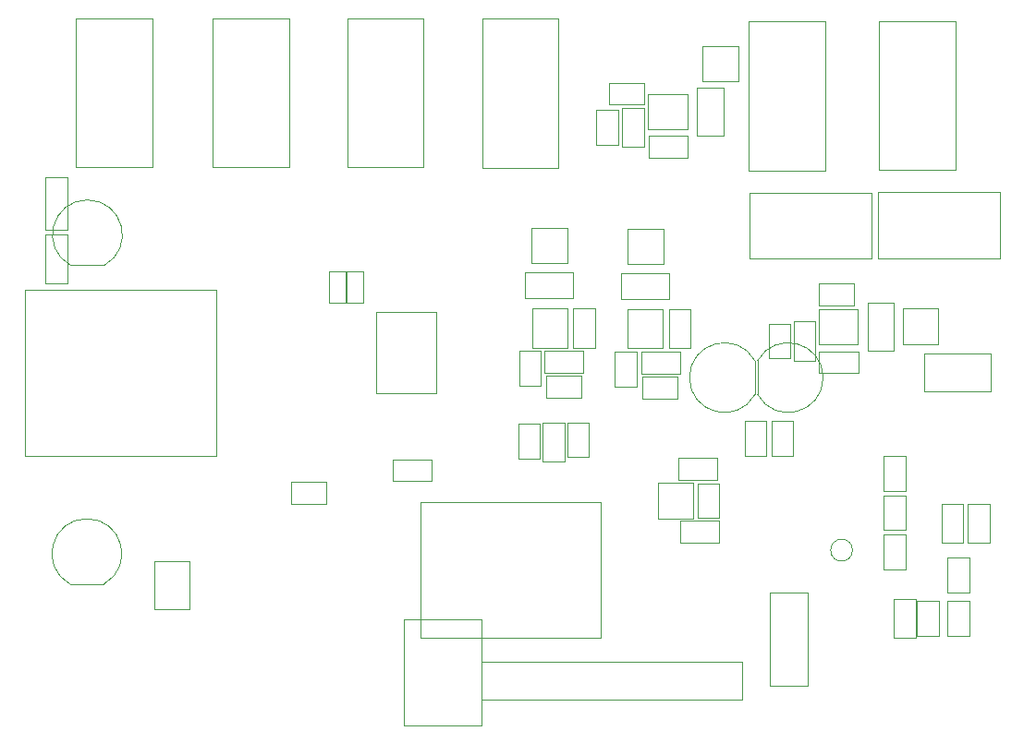
<source format=gbr>
G04 #@! TF.FileFunction,Other,User*
%FSLAX46Y46*%
G04 Gerber Fmt 4.6, Leading zero omitted, Abs format (unit mm)*
G04 Created by KiCad (PCBNEW 4.0.5) date 02/02/17 00:28:59*
%MOMM*%
%LPD*%
G01*
G04 APERTURE LIST*
%ADD10C,0.100000*%
%ADD11C,0.050000*%
G04 APERTURE END LIST*
D10*
D11*
X106200000Y-62660000D02*
X106200000Y-48980000D01*
X106200000Y-62660000D02*
X99200000Y-62660000D01*
X99200000Y-48980000D02*
X99200000Y-62660000D01*
X99200000Y-48980000D02*
X106200000Y-48980000D01*
X118700000Y-62660000D02*
X118700000Y-48980000D01*
X118700000Y-62660000D02*
X111700000Y-62660000D01*
X111700000Y-48980000D02*
X111700000Y-62660000D01*
X111700000Y-48980000D02*
X118700000Y-48980000D01*
X136340000Y-113819180D02*
X136340000Y-104119180D01*
X136340000Y-104119180D02*
X129240000Y-104119180D01*
X129240000Y-104119180D02*
X129240000Y-113819180D01*
X129240000Y-113819180D02*
X136340000Y-113819180D01*
X174140000Y-79500000D02*
X174140000Y-75100000D01*
X171740000Y-79500000D02*
X171740000Y-75100000D01*
X174140000Y-79500000D02*
X171740000Y-79500000D01*
X174140000Y-75100000D02*
X171740000Y-75100000D01*
X150580000Y-82760000D02*
X150580000Y-79560000D01*
X148580000Y-82760000D02*
X148580000Y-79560000D01*
X150580000Y-82760000D02*
X148580000Y-82760000D01*
X150580000Y-79560000D02*
X148580000Y-79560000D01*
X148060000Y-56920000D02*
X151260000Y-56920000D01*
X148060000Y-54920000D02*
X151260000Y-54920000D01*
X148060000Y-56920000D02*
X148060000Y-54920000D01*
X151260000Y-56920000D02*
X151260000Y-54920000D01*
X158510000Y-59780000D02*
X158510000Y-55380000D01*
X156110000Y-59780000D02*
X156110000Y-55380000D01*
X158510000Y-59780000D02*
X156110000Y-59780000D01*
X158510000Y-55380000D02*
X156110000Y-55380000D01*
X164940000Y-76800000D02*
X164940000Y-80400000D01*
X166940000Y-76800000D02*
X166940000Y-80400000D01*
X164940000Y-76800000D02*
X166940000Y-76800000D01*
X164940000Y-80400000D02*
X166940000Y-80400000D01*
X167290000Y-81550000D02*
X170890000Y-81550000D01*
X167290000Y-79550000D02*
X170890000Y-79550000D01*
X167290000Y-81550000D02*
X167290000Y-79550000D01*
X170890000Y-81550000D02*
X170890000Y-79550000D01*
X167240000Y-78900000D02*
X170840000Y-78900000D01*
X170840000Y-78900000D02*
X170840000Y-75700000D01*
X170840000Y-75700000D02*
X167240000Y-75700000D01*
X167240000Y-75700000D02*
X167240000Y-78900000D01*
X170440000Y-73300000D02*
X167240000Y-73300000D01*
X170440000Y-75300000D02*
X167240000Y-75300000D01*
X170440000Y-73300000D02*
X170440000Y-75300000D01*
X167240000Y-73300000D02*
X167240000Y-75300000D01*
X162640000Y-77000000D02*
X162640000Y-80200000D01*
X164640000Y-77000000D02*
X164640000Y-80200000D01*
X162640000Y-77000000D02*
X164640000Y-77000000D01*
X162640000Y-80200000D02*
X164640000Y-80200000D01*
X151110000Y-83870000D02*
X154310000Y-83870000D01*
X151110000Y-81870000D02*
X154310000Y-81870000D01*
X151110000Y-83870000D02*
X151110000Y-81870000D01*
X154310000Y-83870000D02*
X154310000Y-81870000D01*
X149260000Y-57180000D02*
X149260000Y-60780000D01*
X151260000Y-57180000D02*
X151260000Y-60780000D01*
X149260000Y-57180000D02*
X151260000Y-57180000D01*
X149260000Y-60780000D02*
X151260000Y-60780000D01*
X151610000Y-59180000D02*
X155210000Y-59180000D01*
X155210000Y-59180000D02*
X155210000Y-55980000D01*
X155210000Y-55980000D02*
X151610000Y-55980000D01*
X151610000Y-55980000D02*
X151610000Y-59180000D01*
X150960000Y-81570000D02*
X154560000Y-81570000D01*
X150960000Y-79570000D02*
X154560000Y-79570000D01*
X150960000Y-81570000D02*
X150960000Y-79570000D01*
X154560000Y-81570000D02*
X154560000Y-79570000D01*
X152960000Y-79270000D02*
X152960000Y-75670000D01*
X152960000Y-75670000D02*
X149760000Y-75670000D01*
X149760000Y-75670000D02*
X149760000Y-79270000D01*
X149760000Y-79270000D02*
X152960000Y-79270000D01*
X146860000Y-57380000D02*
X146860000Y-60580000D01*
X148860000Y-57380000D02*
X148860000Y-60580000D01*
X146860000Y-57380000D02*
X148860000Y-57380000D01*
X146860000Y-60580000D02*
X148860000Y-60580000D01*
X142300000Y-83800000D02*
X145500000Y-83800000D01*
X142300000Y-81800000D02*
X145500000Y-81800000D01*
X142300000Y-83800000D02*
X142300000Y-81800000D01*
X145500000Y-83800000D02*
X145500000Y-81800000D01*
X146750000Y-79200000D02*
X146750000Y-75600000D01*
X144750000Y-79200000D02*
X144750000Y-75600000D01*
X146750000Y-79200000D02*
X144750000Y-79200000D01*
X146750000Y-75600000D02*
X144750000Y-75600000D01*
X141800000Y-82700000D02*
X141800000Y-79500000D01*
X139800000Y-82700000D02*
X139800000Y-79500000D01*
X141800000Y-82700000D02*
X139800000Y-82700000D01*
X141800000Y-79500000D02*
X139800000Y-79500000D01*
X144750000Y-72300000D02*
X140350000Y-72300000D01*
X144750000Y-74700000D02*
X140350000Y-74700000D01*
X144750000Y-72300000D02*
X144750000Y-74700000D01*
X140350000Y-72300000D02*
X140350000Y-74700000D01*
X144200000Y-79200000D02*
X144200000Y-75600000D01*
X144200000Y-75600000D02*
X141000000Y-75600000D01*
X141000000Y-75600000D02*
X141000000Y-79200000D01*
X141000000Y-79200000D02*
X144200000Y-79200000D01*
X142100000Y-81500000D02*
X145700000Y-81500000D01*
X142100000Y-79500000D02*
X145700000Y-79500000D01*
X142100000Y-81500000D02*
X142100000Y-79500000D01*
X145700000Y-81500000D02*
X145700000Y-79500000D01*
X151660000Y-61780000D02*
X155260000Y-61780000D01*
X151660000Y-59780000D02*
X155260000Y-59780000D01*
X151660000Y-61780000D02*
X151660000Y-59780000D01*
X155260000Y-61780000D02*
X155260000Y-59780000D01*
X153560000Y-72370000D02*
X149160000Y-72370000D01*
X153560000Y-74770000D02*
X149160000Y-74770000D01*
X153560000Y-72370000D02*
X153560000Y-74770000D01*
X149160000Y-72370000D02*
X149160000Y-74770000D01*
X164900000Y-89100000D02*
X164900000Y-85900000D01*
X162900000Y-89100000D02*
X162900000Y-85900000D01*
X164900000Y-89100000D02*
X162900000Y-89100000D01*
X164900000Y-85900000D02*
X162900000Y-85900000D01*
X94498980Y-89150000D02*
X112048980Y-89150000D01*
X112048980Y-89150000D02*
X112048980Y-73900000D01*
X112048980Y-73900000D02*
X94498980Y-73900000D01*
X94498980Y-73900000D02*
X94498980Y-89150000D01*
X161400000Y-80400000D02*
X161400000Y-83500000D01*
X161398249Y-80396840D02*
G75*
G03X161400000Y-83500000I-2798249J-1553160D01*
G01*
X161650000Y-83500000D02*
X161650000Y-80400000D01*
X161651751Y-83503160D02*
G75*
G03X161650000Y-80400000I2798249J1553160D01*
G01*
X147249060Y-105850000D02*
X147249060Y-93350000D01*
X147249060Y-93350000D02*
X130799060Y-93350000D01*
X130799060Y-93350000D02*
X130799060Y-105850000D01*
X130799060Y-105850000D02*
X147249060Y-105850000D01*
X101750000Y-100890000D02*
X98650000Y-100890000D01*
X101753160Y-100888249D02*
G75*
G03X98650000Y-100890000I-1553160J2798249D01*
G01*
X101800000Y-71650000D02*
X98700000Y-71650000D01*
X101803160Y-71648249D02*
G75*
G03X98700000Y-71650000I-1553160J2798249D01*
G01*
X155510000Y-79270000D02*
X155510000Y-75670000D01*
X153510000Y-79270000D02*
X153510000Y-75670000D01*
X155510000Y-79270000D02*
X153510000Y-79270000D01*
X155510000Y-75670000D02*
X153510000Y-75670000D01*
X143950000Y-89650000D02*
X143950000Y-86050000D01*
X141950000Y-89650000D02*
X141950000Y-86050000D01*
X143950000Y-89650000D02*
X141950000Y-89650000D01*
X143950000Y-86050000D02*
X141950000Y-86050000D01*
X146200000Y-89250000D02*
X146200000Y-86050000D01*
X144200000Y-89250000D02*
X144200000Y-86050000D01*
X146200000Y-89250000D02*
X144200000Y-89250000D01*
X146200000Y-86050000D02*
X144200000Y-86050000D01*
X98450000Y-73315000D02*
X98450000Y-68815000D01*
X98450000Y-68815000D02*
X96350000Y-68815000D01*
X96350000Y-68815000D02*
X96350000Y-73315000D01*
X98450000Y-73315000D02*
X96350000Y-73315000D01*
X141700000Y-89400000D02*
X141700000Y-86200000D01*
X139700000Y-89400000D02*
X139700000Y-86200000D01*
X141700000Y-89400000D02*
X139700000Y-89400000D01*
X141700000Y-86200000D02*
X139700000Y-86200000D01*
X158150000Y-95100000D02*
X154550000Y-95100000D01*
X158150000Y-97100000D02*
X154550000Y-97100000D01*
X158150000Y-95100000D02*
X158150000Y-97100000D01*
X154550000Y-95100000D02*
X154550000Y-97100000D01*
X157950000Y-89300000D02*
X154350000Y-89300000D01*
X157950000Y-91300000D02*
X154350000Y-91300000D01*
X157950000Y-89300000D02*
X157950000Y-91300000D01*
X154350000Y-89300000D02*
X154350000Y-91300000D01*
X98400000Y-68354000D02*
X98400000Y-63554000D01*
X96400000Y-68354000D02*
X96400000Y-63554000D01*
X98400000Y-68354000D02*
X96400000Y-68354000D01*
X98400000Y-63554000D02*
X96400000Y-63554000D01*
X156150000Y-91650000D02*
X156150000Y-94850000D01*
X158150000Y-91650000D02*
X158150000Y-94850000D01*
X156150000Y-91650000D02*
X158150000Y-91650000D01*
X156150000Y-94850000D02*
X158150000Y-94850000D01*
X126665000Y-75900000D02*
X132165000Y-75900000D01*
X126665000Y-83400000D02*
X132165000Y-83400000D01*
X126665000Y-75900000D02*
X126665000Y-83400000D01*
X132165000Y-75900000D02*
X132165000Y-83400000D01*
X152499240Y-91600000D02*
X152499240Y-94900000D01*
X152499240Y-94900000D02*
X155699240Y-94900000D01*
X155699240Y-94900000D02*
X155699240Y-91600000D01*
X155699240Y-91600000D02*
X152499240Y-91600000D01*
X124000000Y-72200000D02*
X124000000Y-75100000D01*
X125500000Y-72200000D02*
X125500000Y-75100000D01*
X124000000Y-72200000D02*
X125500000Y-72200000D01*
X124000000Y-75100000D02*
X125500000Y-75100000D01*
X122400000Y-72200000D02*
X122400000Y-75100000D01*
X123900000Y-72200000D02*
X123900000Y-75100000D01*
X122400000Y-72200000D02*
X123900000Y-72200000D01*
X122400000Y-75100000D02*
X123900000Y-75100000D01*
X128200000Y-91450000D02*
X131800000Y-91450000D01*
X128200000Y-89450000D02*
X131800000Y-89450000D01*
X128200000Y-91450000D02*
X128200000Y-89450000D01*
X131800000Y-91450000D02*
X131800000Y-89450000D01*
X162450000Y-89150000D02*
X162450000Y-85950000D01*
X160450000Y-89150000D02*
X160450000Y-85950000D01*
X162450000Y-89150000D02*
X160450000Y-89150000D01*
X162450000Y-85950000D02*
X160450000Y-85950000D01*
X118950000Y-93500000D02*
X122150000Y-93500000D01*
X118950000Y-91500000D02*
X122150000Y-91500000D01*
X118950000Y-93500000D02*
X118950000Y-91500000D01*
X122150000Y-93500000D02*
X122150000Y-91500000D01*
X153060000Y-68319240D02*
X149760000Y-68319240D01*
X149760000Y-68319240D02*
X149760000Y-71519240D01*
X149760000Y-71519240D02*
X153060000Y-71519240D01*
X153060000Y-71519240D02*
X153060000Y-68319240D01*
X144250000Y-68250000D02*
X140950000Y-68250000D01*
X140950000Y-68250000D02*
X140950000Y-71450000D01*
X140950000Y-71450000D02*
X144250000Y-71450000D01*
X144250000Y-71450000D02*
X144250000Y-68250000D01*
X159920000Y-51549240D02*
X156620000Y-51549240D01*
X156620000Y-51549240D02*
X156620000Y-54749240D01*
X156620000Y-54749240D02*
X159920000Y-54749240D01*
X159920000Y-54749240D02*
X159920000Y-51549240D01*
X178190000Y-78900000D02*
X178190000Y-75600000D01*
X178190000Y-75600000D02*
X174990000Y-75600000D01*
X174990000Y-75600000D02*
X174990000Y-78900000D01*
X174990000Y-78900000D02*
X178190000Y-78900000D01*
X172680000Y-70980000D02*
X172680000Y-64930000D01*
X183830000Y-70980000D02*
X183830000Y-64930000D01*
X172680000Y-70980000D02*
X183830000Y-70980000D01*
X172680000Y-64930000D02*
X183830000Y-64930000D01*
X160890000Y-71020000D02*
X160890000Y-64970000D01*
X172040000Y-71020000D02*
X172040000Y-64970000D01*
X160890000Y-71020000D02*
X172040000Y-71020000D01*
X160890000Y-64970000D02*
X172040000Y-64970000D01*
X181060000Y-105650000D02*
X181060000Y-102450000D01*
X179060000Y-105650000D02*
X179060000Y-102450000D01*
X181060000Y-105650000D02*
X179060000Y-105650000D01*
X181060000Y-102450000D02*
X179060000Y-102450000D01*
X179050000Y-98490000D02*
X179050000Y-101690000D01*
X181050000Y-98490000D02*
X181050000Y-101690000D01*
X179050000Y-98490000D02*
X181050000Y-98490000D01*
X179050000Y-101690000D02*
X181050000Y-101690000D01*
X176250000Y-102450000D02*
X176250000Y-105650000D01*
X178250000Y-102450000D02*
X178250000Y-105650000D01*
X176250000Y-102450000D02*
X178250000Y-102450000D01*
X176250000Y-105650000D02*
X178250000Y-105650000D01*
X175180000Y-92350000D02*
X175180000Y-89150000D01*
X173180000Y-92350000D02*
X173180000Y-89150000D01*
X175180000Y-92350000D02*
X173180000Y-92350000D01*
X175180000Y-89150000D02*
X173180000Y-89150000D01*
X175180000Y-99570000D02*
X175180000Y-96370000D01*
X173180000Y-99570000D02*
X173180000Y-96370000D01*
X175180000Y-99570000D02*
X173180000Y-99570000D01*
X175180000Y-96370000D02*
X173180000Y-96370000D01*
X173180000Y-92740000D02*
X173180000Y-95940000D01*
X175180000Y-92740000D02*
X175180000Y-95940000D01*
X173180000Y-92740000D02*
X175180000Y-92740000D01*
X173180000Y-95940000D02*
X175180000Y-95940000D01*
X182980000Y-79730000D02*
X182980000Y-83230000D01*
X176930000Y-79730000D02*
X176930000Y-83230000D01*
X182980000Y-79730000D02*
X176930000Y-79730000D01*
X182980000Y-83230000D02*
X176930000Y-83230000D01*
X136386000Y-107990000D02*
X160236000Y-107990000D01*
X136386000Y-111490000D02*
X160236000Y-111490000D01*
X136386000Y-107990000D02*
X136386000Y-111490000D01*
X160236000Y-107990000D02*
X160236000Y-111490000D01*
X162750000Y-110250000D02*
X162750000Y-101650000D01*
X166250000Y-110250000D02*
X166250000Y-101650000D01*
X162750000Y-110250000D02*
X166250000Y-110250000D01*
X162750000Y-101650000D02*
X166250000Y-101650000D01*
X174130000Y-102250000D02*
X174130000Y-105850000D01*
X176130000Y-102250000D02*
X176130000Y-105850000D01*
X174130000Y-102250000D02*
X176130000Y-102250000D01*
X174130000Y-105850000D02*
X176130000Y-105850000D01*
X178480000Y-93510000D02*
X178480000Y-97110000D01*
X180480000Y-93510000D02*
X180480000Y-97110000D01*
X178480000Y-93510000D02*
X180480000Y-93510000D01*
X178480000Y-97110000D02*
X180480000Y-97110000D01*
X180900000Y-93530000D02*
X180900000Y-97130000D01*
X182900000Y-93530000D02*
X182900000Y-97130000D01*
X180900000Y-93530000D02*
X182900000Y-93530000D01*
X180900000Y-97130000D02*
X182900000Y-97130000D01*
X179770000Y-62900000D02*
X179770000Y-49220000D01*
X179770000Y-62900000D02*
X172770000Y-62900000D01*
X172770000Y-49220000D02*
X172770000Y-62900000D01*
X172770000Y-49220000D02*
X179770000Y-49220000D01*
X167840000Y-62940000D02*
X167840000Y-49260000D01*
X167840000Y-62940000D02*
X160840000Y-62940000D01*
X160840000Y-49260000D02*
X160840000Y-62940000D01*
X160840000Y-49260000D02*
X167840000Y-49260000D01*
X143400000Y-62710000D02*
X143400000Y-49030000D01*
X143400000Y-62710000D02*
X136400000Y-62710000D01*
X136400000Y-49030000D02*
X136400000Y-62710000D01*
X136400000Y-49030000D02*
X143400000Y-49030000D01*
X131050000Y-62660000D02*
X131050000Y-48980000D01*
X131050000Y-62660000D02*
X124050000Y-62660000D01*
X124050000Y-48980000D02*
X124050000Y-62660000D01*
X124050000Y-48980000D02*
X131050000Y-48980000D01*
X109590000Y-103220000D02*
X109590000Y-98820000D01*
X106390000Y-103220000D02*
X106390000Y-98820000D01*
X109590000Y-103220000D02*
X106390000Y-103220000D01*
X109590000Y-98820000D02*
X106390000Y-98820000D01*
X170340000Y-97780000D02*
G75*
G03X170340000Y-97780000I-1000000J0D01*
G01*
X170340000Y-97780000D02*
G75*
G03X170340000Y-97780000I-1000000J0D01*
G01*
M02*

</source>
